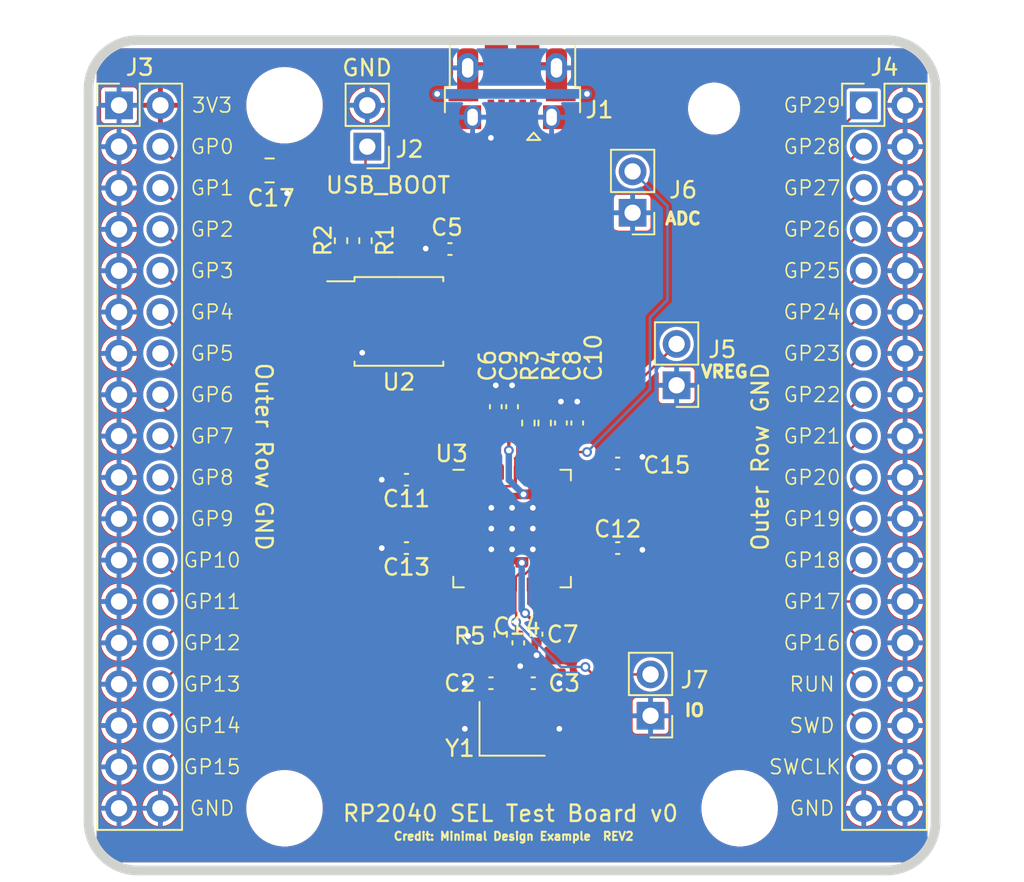
<source format=kicad_pcb>
(kicad_pcb (version 20240108) (generator "pcbnew") (generator_version "8.0")
  (title_block (title "RP2040 Minimal Design Example") (date "2024-01-16") (rev "REV2") (company "Raspberry Pi Ltd"))
  (layers (0 "F.Cu" signal) (31 "B.Cu" signal) (34 "B.Paste" user) (35 "F.Paste" user) (36 "B.SilkS" user "B.Silkscreen") (37 "F.SilkS" user "F.Silkscreen") (38 "B.Mask" user) (39 "F.Mask" user) (44 "Edge.Cuts" user))
  (net 0 "")
  (net 1 "GND")
  (net 2 "VBUS")
  (net 3 "/XIN")
  (net 4 "/XOUT")
  (net 5 "+3V3")
  (net 6 "+1V1")
  (net 8 "/~{USB_BOOT}")
  (net 9 "/GPIO15")
  (net 10 "/GPIO14")
  (net 11 "/GPIO13")
  (net 12 "/GPIO12")
  (net 13 "/GPIO11")
  (net 14 "/GPIO10")
  (net 15 "/GPIO9")
  (net 16 "/GPIO8")
  (net 17 "/GPIO7")
  (net 18 "/GPIO6")
  (net 19 "/GPIO5")
  (net 20 "/GPIO4")
  (net 21 "/GPIO3")
  (net 22 "/GPIO2")
  (net 23 "/GPIO1")
  (net 24 "/GPIO0")
  (net 25 "/GPIO29_ADC3")
  (net 26 "/GPIO28_ADC2")
  (net 27 "/GPIO27_ADC1")
  (net 28 "/GPIO26_ADC0")
  (net 29 "/GPIO25")
  (net 30 "/GPIO24")
  (net 31 "/GPIO23")
  (net 32 "/GPIO22")
  (net 33 "/GPIO21")
  (net 34 "/GPIO20")
  (net 35 "/GPIO19")
  (net 36 "/GPIO18")
  (net 37 "/GPIO17")
  (net 38 "/GPIO16")
  (net 39 "/RUN")
  (net 40 "/SWD")
  (net 41 "/SWCLK")
  (net 42 "/QSPI_SS")
  (net 43 "Net-(U3-USB_DP)")
  (net 44 "Net-(U3-USB_DM)")
  (net 45 "/QSPI_SD3")
  (net 46 "/QSPI_SCLK")
  (net 47 "/QSPI_SD0")
  (net 48 "/QSPI_SD2")
  (net 49 "/QSPI_SD1")
  (net 50 "/USB_D+")
  (net 51 "/USB_D-")
  (net 52 "Net-(C3-Pad1)")
  (net 53 "+3V3 - IOVDD")
  (net 54 "+3V3 - V_REG")
  (net 55 "+3V3 - ADC_AVDD")
  (footprint "RP2040_minimal:USB_Micro-B_Amphenol_10103594-0001LF_Horizontal_modified" (layer "F.Cu") (at 100 71.7 180)
    (property "Reference" "J1")
    (property "Value" "USB_B_Micro")
  )
  (footprint "Connector_PinHeader_2.54mm:PinHeader_1x02_P2.54mm_Vertical" (layer "F.Cu") (at 91.11 76.54 180)
    (property "Reference" "J2")
    (property "Value" "Conn_01x02")
  )
  (footprint "Connector_PinHeader_2.54mm:PinHeader_2x18_P2.54mm_Vertical" (layer "F.Cu") (at 75.87 74)
    (property "Reference" "J3")
    (property "Value" "Conn_02x18_Odd_Even")
  )
  (footprint "Capacitor_SMD:C_0402_1005Metric" (layer "F.Cu") (at 104 93.515 90)
    (property "Reference" "C10")
    (property "Value" "1u")
  )
  (footprint "Capacitor_SMD:C_0402_1005Metric" (layer "F.Cu") (at 103 93.515 90)
    (property "Reference" "C8")
    (property "Value" "1u")
  )
  (footprint "Capacitor_SMD:C_0402_1005Metric" (layer "F.Cu") (at 93.515 101.2 180)
    (property "Reference" "C13")
    (property "Value" "100n")
  )
  (footprint "Capacitor_SMD:C_0402_1005Metric" (layer "F.Cu") (at 96.185 82.83 180)
    (property "Reference" "C5")
    (property "Value" "100n")
  )
  (footprint "Resistor_SMD:R_0402_1005Metric" (layer "F.Cu") (at 89.5 82.315 -90)
    (property "Reference" "R2")
    (property "Value" "DNF")
  )
  (footprint "Connector_PinHeader_2.54mm:PinHeader_2x18_P2.54mm_Vertical" (layer "F.Cu") (at 121.59 74)
    (property "Reference" "J4")
    (property "Value" "Conn_02x18_Odd_Even")
  )
  (footprint "Package_SO:SOIC-8_5.23x5.23mm_P1.27mm" (layer "F.Cu") (at 93.05 87.275)
    (property "Reference" "U2")
    (property "Value" "W25Q128JVS")
  )
  (footprint "Resistor_SMD:R_0402_1005Metric" (layer "F.Cu") (at 91 82.315 90)
    (property "Reference" "R1")
    (property "Value" "1k")
  )
  (footprint "Capacitor_SMD:C_0402_1005Metric" (layer "F.Cu") (at 100 92.515 90)
    (property "Reference" "C9")
    (property "Value" "100n")
  )
  (footprint "Capacitor_SMD:C_0402_1005Metric" (layer "F.Cu") (at 106.485 101.2)
    (property "Reference" "C12")
    (property "Value" "100n")
  )
  (footprint "Capacitor_SMD:C_0402_1005Metric" (layer "F.Cu") (at 100.381 107.02 -90)
    (property "Reference" "C14")
    (property "Value" "100n")
  )
  (footprint "Resistor_SMD:R_0402_1005Metric" (layer "F.Cu") (at 101 93.515 -90)
    (property "Reference" "R3")
    (property "Value" "27")
  )
  (footprint "Capacitor_SMD:C_0402_1005Metric" (layer "F.Cu") (at 101.5 106.485 -90)
    (property "Reference" "C7")
    (property "Value" "100n")
  )
  (footprint "Capacitor_SMD:C_0402_1005Metric" (layer "F.Cu") (at 93.515 97 180)
    (property "Reference" "C11")
    (property "Value" "100n")
  )
  (footprint "RP2040_minimal:RP2040-QFN-56" (layer "F.Cu") (at 100 100)
    (property "Reference" "U3")
    (property "Value" "RP2040")
  )
  (footprint "Resistor_SMD:R_0402_1005Metric" (layer "F.Cu") (at 102 93.515 -90)
    (property "Reference" "R4")
    (property "Value" "27")
  )
  (footprint "MountingHole:MountingHole_2.7mm_M2.5" (layer "F.Cu") (at 113.97 117.18)
    (property "Reference" "H3" (hide yes))
    (property "Value" "MountingHole")
  )
  (footprint "Capacitor_SMD:C_0402_1005Metric" (layer "F.Cu") (at 99 92.515 90)
    (property "Reference" "C6")
    (property "Value" "100n")
  )
  (footprint "Capacitor_SMD:C_0402_1005Metric" (layer "F.Cu") (at 106.485 96)
    (property "Reference" "C15")
    (property "Value" "100n")
  )
  (footprint "MountingHole:MountingHole_2.7mm_M2.5" (layer "F.Cu") (at 86.03 74)
    (property "Reference" "H1" (hide yes))
    (property "Value" "MountingHole")
  )
  (footprint "MountingHole:MountingHole_2.7mm_M2.5" (layer "F.Cu") (at 86.03 117.18)
    (property "Reference" "H4" (hide yes))
    (property "Value" "MountingHole")
  )
  (footprint "Capacitor_SMD:C_0805_2012Metric" (layer "F.Cu") (at 85.115 78)
    (property "Reference" "C17")
    (property "Value" "10u")
  )
  (footprint "Connector_PinHeader_2.54mm:PinHeader_1x02_P2.54mm_Vertical" (layer "F.Cu") (at 107.4 80.6 180)
    (property "Reference" "J6")
    (property "Value" "Conn_01x02")
  )
  (footprint "Capacitor_SMD:C_0402_1005Metric" (layer "F.Cu") (at 98.7 109.5 180)
    (property "Reference" "C2")
    (property "Value" "15p")
  )
  (footprint "Capacitor_SMD:C_0402_1005Metric" (layer "F.Cu") (at 101.3 109.5)
    (property "Reference" "C3")
    (property "Value" "15p")
  )
  (footprint "Crystal:Crystal_SMD_3225-4Pin_3.2x2.5mm" (layer "F.Cu") (at 100 112.3)
    (property "Reference" "Y1")
    (property "Value" "ABM8-272-T3")
  )
  (footprint "Connector_PinHeader_2.54mm:PinHeader_1x02_P2.54mm_Vertical" (layer "F.Cu") (at 108.5 111.5 180)
    (property "Reference" "J7")
    (property "Value" "Conn_01x02")
  )
  (footprint "Connector_PinHeader_2.54mm:PinHeader_1x02_P2.54mm_Vertical" (layer "F.Cu") (at 110.1 91.2 180)
    (property "Reference" "J5")
    (property "Value" "Conn_01x02")
  )
  (footprint "Resistor_SMD:R_0402_1005Metric" (layer "F.Cu") (at 99.3 106.5 -90)
    (property "Reference" "R5")
    (property "Value" "1k")
  )
  (footprint "MountingHole:MountingHole_2.7mm_M2.5" (layer "F.Cu") (at 112.4 74.2)
    (property "Reference" "H2" (hide yes))
    (property "Value" "MountingHole")
  )
  (gr_line (start 123 121) (end 77 121) (stroke (width 0.6)) (layer "Edge.Cuts"))
  (gr_line (start 126 73) (end 126 118) (stroke (width 0.6)) (layer "Edge.Cuts"))
  (gr_line (start 77 70) (end 123 70) (stroke (width 0.6)) (layer "Edge.Cuts"))
  (gr_line (start 74 118) (end 74 73) (stroke (width 0.6)) (layer "Edge.Cuts"))
  (gr_arc (start 126 118) (mid 125.12132 120.12132) (end 123 121) (stroke (width 0.6)) (layer "Edge.Cuts"))
  (gr_arc (start 123 70) (mid 125.12132 70.87868) (end 126 73) (stroke (width 0.6)) (layer "Edge.Cuts"))
  (gr_arc (start 74 73) (mid 74.87868 70.87868) (end 77 70) (stroke (width 0.6)) (layer "Edge.Cuts"))
  (gr_arc (start 77 121) (mid 74.87868 120.12132) (end 74 118) (stroke (width 0.6)) (layer "Edge.Cuts"))
  (gr_text "GP1" (at 81.585 79.08 0) (layer "F.SilkS") (effects (font (size 0.9 0.9) (thickness 0.1))))
  (gr_text "GP2" (at 81.585 81.62 0) (layer "F.SilkS") (effects (font (size 0.9 0.9) (thickness 0.1))))
  (gr_text "GP3" (at 81.585 84.16 0) (layer "F.SilkS") (effects (font (size 0.9 0.9) (thickness 0.1))))
  (gr_text "GP4" (at 81.585 86.7 0) (layer "F.SilkS") (effects (font (size 0.9 0.9) (thickness 0.1))))
  (gr_text "GP5" (at 81.585 89.24 0) (layer "F.SilkS") (effects (font (size 0.9 0.9) (thickness 0.1))))
  (gr_text "GP6" (at 81.585 91.78 0) (layer "F.SilkS") (effects (font (size 0.9 0.9) (thickness 0.1))))
  (gr_text "GP7" (at 81.585 94.32 0) (layer "F.SilkS") (effects (font (size 0.9 0.9) (thickness 0.1))))
  (gr_text "GP8" (at 81.585 96.86 0) (layer "F.SilkS") (effects (font (size 0.9 0.9) (thickness 0.1))))
  (gr_text "GP9" (at 81.585 99.4 0) (layer "F.SilkS") (effects (font (size 0.9 0.9) (thickness 0.1))))
  (gr_text "GP11" (at 81.585 104.48 0) (layer "F.SilkS") (effects (font (size 0.9 0.9) (thickness 0.1))))
  (gr_text "GP10" (at 81.585 101.94 0) (layer "F.SilkS") (effects (font (size 0.9 0.9) (thickness 0.1))))
  (gr_text "GP12" (at 81.585 107.02 0) (layer "F.SilkS") (effects (font (size 0.9 0.9) (thickness 0.1))))
  (gr_text "GP13" (at 81.585 109.56 0) (layer "F.SilkS") (effects (font (size 0.9 0.9) (thickness 0.1))))
  (gr_text "GP15" (at 81.585 114.64 0) (layer "F.SilkS") (effects (font (size 0.9 0.9) (thickness 0.1))))
  (gr_text "GP14" (at 81.585 112.1 0) (layer "F.SilkS") (effects (font (size 0.9 0.9) (thickness 0.1))))
  (gr_text "GP28" (at 118.415 76.54 0) (layer "F.SilkS") (effects (font (size 0.9 0.9) (thickness 0.1))))
  (gr_text "GP27" (at 118.415 79.08 0) (layer "F.SilkS") (effects (font (size 0.9 0.9) (thickness 0.1))))
  (gr_text "GP26" (at 118.415 81.62 0) (layer "F.SilkS") (effects (font (size 0.9 0.9) (thickness 0.1))))
  (gr_text "GP25" (at 118.415 84.16 0) (layer "F.SilkS") (effects (font (size 0.9 0.9) (thickness 0.1))))
  (gr_text "GP24" (at 118.415 86.7 0) (layer "F.SilkS") (effects (font (size 0.9 0.9) (thickness 0.1))))
  (gr_text "GP23" (at 118.415 89.24 0) (layer "F.SilkS") (effects (font (size 0.9 0.9) (thickness 0.1))))
  (gr_text "GP21" (at 118.415 94.32 0) (layer "F.SilkS") (effects (font (size 0.9 0.9) (thickness 0.1))))
  (gr_text "GP20" (at 118.415 96.86 0) (layer "F.SilkS") (effects (font (size 0.9 0.9) (thickness 0.1))))
  (gr_text "GP19" (at 118.415 99.4 0) (layer "F.SilkS") (effects (font (size 0.9 0.9) (thickness 0.1))))
  (gr_text "GP17" (at 118.415 104.48 0) (layer "F.SilkS") (effects (font (size 0.9 0.9) (thickness 0.1))))
  (gr_text "GP22" (at 118.415 91.78 0) (layer "F.SilkS") (effects (font (size 0.9 0.9) (thickness 0.1))))
  (gr_text "GP18" (at 118.415 101.94 0) (layer "F.SilkS") (effects (font (size 0.9 0.9) (thickness 0.1))))
  (gr_text "SWCLK" (at 117.9705 114.64 0) (layer "F.SilkS") (effects (font (size 0.9 0.9) (thickness 0.1))))
  (gr_text "SWD" (at 118.415 112.1 0) (layer "F.SilkS") (effects (font (size 0.9 0.9) (thickness 0.1))))
  (gr_text "GP16" (at 118.415 107.02 0) (layer "F.SilkS") (effects (font (size 0.9 0.9) (thickness 0.1))))
  (gr_text "RUN" (at 118.415 109.56 0) (layer "F.SilkS") (effects (font (size 0.9 0.9) (thickness 0.1))))
  (gr_text "GND" (at 81.585 117.18 0) (layer "F.SilkS") (effects (font (size 0.9 0.9) (thickness 0.1))))
  (gr_text "GND" (at 118.415 117.18 0) (layer "F.SilkS") (effects (font (size 0.9 0.9) (thickness 0.1))))
  (gr_text "GP29" (at 118.415 74 0) (layer "F.SilkS") (effects (font (size 0.9 0.9) (thickness 0.1))))
  (gr_text "Outer Row GND" (at 84.76 95.59 270) (layer "F.SilkS") (effects (font (size 1 1))))
  (gr_text "Outer Row GND" (at 115.24 95.59 90) (layer "F.SilkS") (effects (font (size 1 1))))
  (gr_text "RP2040 SEL Test Board v0\n" (at 99.9 117.5 0) (layer "F.SilkS") (effects (font (size 1 1))))
  (gr_text "Credit: Minimal Design Example  REV2" (at 100.1 118.9 0) (layer "F.SilkS") (effects (font (size 0.5 0.5) (thickness 0.125))))
  (gr_text "GND" (at 91.1 71.7 0) (layer "F.SilkS") (effects (font (size 1 1))))
  (gr_text "VREG" (at 111.5 90.8 0) (layer "F.SilkS") (effects (font (size 0.75 0.75) (thickness 0.1875) (bold yes)) (justify left bottom)))
  (gr_text "ADC" (at 109.3 81.4 0) (layer "F.SilkS") (effects (font (size 0.75 0.75) (thickness 0.1875) (bold yes)) (justify left bottom)))
  (gr_text "GP0" (at 81.585 76.54 0) (layer "F.SilkS") (effects (font (size 0.9 0.9) (thickness 0.1))))
  (gr_text "3V3" (at 81.585 74 0) (layer "F.SilkS") (effects (font (size 0.9 0.9) (thickness 0.1))))
  (gr_text "\nUSB_BOOT" (at 92.38 78.1 0) (layer "F.SilkS") (effects (font (size 1 1))))
  (gr_text "IO\n" (at 110.5 111.6 0) (layer "F.SilkS") (effects (font (size 0.75 0.75) (thickness 0.1875) (bold yes)) (justify left bottom)))
  (segment (start 93.03 101.2) (end 92 101.2) (width 0.2) (layer "F.Cu") (net 1))
  (segment (start 104 93.03) (end 104 92.2) (width 0.2) (layer "F.Cu") (net 1))
  (segment (start 106.97 101.2) (end 107.075 101.305) (width 0.2) (layer "F.Cu") (net 1))
  (segment (start 98.7 74.6) (end 98.7 76) (width 0.2) (layer "F.Cu") (net 1))
  (segment (start 107.075 101.305) (end 108 101.305) (width 0.2) (layer "F.Cu") (net 1))
  (segment (start 102.46 71.45) (end 102.73 71.72) (width 0.2) (layer "F.Cu") (net 1))
  (segment (start 95.375 82.8) (end 94.7 82.8) (width 0.2) (layer "F.Cu") (net 1))
  (segment (start 100.5 108.45) (end 100.5 107.900984) (width 0.2) (layer "F.Cu") (net 1))
  (segment (start 101.5 106.97) (end 101.5 107.782004) (width 0.2) (layer "F.Cu") (net 1))
  (segment (start 106.97 96) (end 107.6 96) (width 0.15) (layer "F.Cu") (net 1))
  (segment (start 97.54 71.45) (end 97.27 71.72) (width 0.2) (layer "F.Cu") (net 1))
  (segment (start 89.45 89.18) (end 90.78 89.18) (width 0.2) (layer "F.Cu") (net 1))
  (segment (start 86.14 78) (end 86.14 79.35) (width 0.15) (layer "F.Cu") (net 1))
  (segment (start 99 104.6545) (end 99 103.4375) (width 0.15) (layer "F.Cu") (net 1))
  (segment (start 99.04 71.45) (end 97.54 71.45) (width 0.2) (layer "F.Cu") (net 1))
  (segment (start 100.5 107.900984) (end 100.381 107.781984) (width 0.2) (layer "F.Cu") (net 1))
  (segment (start 97.3 106.6) (end 97.3 106.3545) (width 0.15) (layer "F.Cu") (net 1))
  (segment (start 99 92.03) (end 99 91.200008) (width 0.2) (layer "F.Cu") (net 1))
  (segment (start 107.6 96) (end 108 95.6) (width 0.15) (layer "F.Cu") (net 1))
  (segment (start 95.7 82.83) (end 95.405 82.83) (width 0.2) (layer "F.Cu") (net 1))
  (segment (start 100 92.03) (end 100 91.2) (width 0.2) (layer "F.Cu") (net 1))
  (segment (start 103 93.03) (end 103 92.2) (width 0.2) (layer "F.Cu") (net 1))
  (segment (start 93.03 97) (end 92 97) (width 0.2) (layer "F.Cu") (net 1))
  (segment (start 95.405 82.83) (end 95.375 82.8) (width 0.2) (layer "F.Cu") (net 1))
  (segment (start 90.78 89.18) (end 90.8 89.2) (width 0.2) (layer "F.Cu") (net 1))
  (segment (start 86.14 79.35) (end 86.19 79.4) (width 0.15) (layer "F.Cu") (net 1))
  (segment (start 97.3 106.3545) (end 99 104.6545) (width 0.15) (layer "F.Cu") (net 1))
  (segment (start 100.96 71.45) (end 102.46 71.45) (width 0.2) (layer "F.Cu") (net 1))
  (via (at 97.1 112.3) (size 0.6) (drill 0.35) (layers "F.Cu" "B.Cu") (net 1))
  (via (at 97.1 109.5) (size 0.6) (drill 0.35) (layers "F.Cu" "B.Cu") (net 1))
  (via (at 102.9 109.5) (size 0.6) (drill 0.35) (layers "F.Cu" "B.Cu") (net 1))
  (via (at 99 91.200008) (size 0.6) (drill 0.35) (layers "F.Cu" "B.Cu") (net 1))
  (via (at 97.3 106.6) (size 0.6) (drill 0.35) (layers "F.Cu" "B.Cu") (net 1))
  (via (at 92 97) (size 0.6) (drill 0.35) (layers "F.Cu" "B.Cu") (net 1))
  (via (at 98.7 76) (size 0.6) (drill 0.35) (layers "F.Cu" "B.Cu") (net 1))
  (via (at 108 101.305) (size 0.6) (drill 0.35) (layers "F.Cu" "B.Cu") (net 1))
  (via (at 86.19 79.4) (size 0.6) (drill 0.35) (layers "F.Cu" "B.Cu") (net 1))
  (via (at 101.5 107.782004) (size 0.6) (drill 0.35) (layers "F.Cu" "B.Cu") (net 1))
  (via (at 102.9 112.3) (size 0.6) (drill 0.35) (layers "F.Cu" "B.Cu") (net 1))
  (via (at 92 101.2) (size 0.6) (drill 0.35) (layers "F.Cu" "B.Cu") (net 1))
  (via (at 103 92.2) (size 0.6) (drill 0.35) (layers "F.Cu" "B.Cu") (net 1))
  (via (at 94.7 82.8) (size 0.6) (drill 0.35) (layers "F.Cu" "B.Cu") (net 1))
  (via (at 100.5 108.45) (size 0.6) (drill 0.35) (layers "F.Cu" "B.Cu") (net 1))
  (via (at 108 95.6) (size 0.6) (drill 0.35) (layers "F.Cu" "B.Cu") (net 1))
  (via (at 90.8 89.2) (size 0.6) (drill 0.35) (layers "F.Cu" "B.Cu") (net 1))
  (via (at 104 92.2) (size 0.6) (drill 0.35) (layers "F.Cu" "B.Cu") (net 1))
  (via (at 100 91.2) (size 0.6) (drill 0.35) (layers "F.Cu" "B.Cu") (net 1))
  (segment (start 103.299999 92.499999) (end 103 92.2) (width 0.2) (layer "B.Cu") (net 1))
  (segment (start 104 93) (end 103.8 93) (width 0.2) (layer "B.Cu") (net 1))
  (segment (start 103.8 93) (end 103.299999 92.499999) (width 0.2) (layer "B.Cu") (net 1))
  (segment (start 101.3 74.525) (end 101.3 75.5) (width 0.4) (layer "F.Cu") (net 2))
  (segment (start 101.3 75.5) (end 102.1 76.3) (width 0.4) (layer "F.Cu") (net 2))
  (segment (start 99.4 104.937861) (end 98.6 105.737861) (width 0.15) (layer "F.Cu") (net 3))
  (segment (start 99.4 103.4375) (end 99.4 104.937861) (width 0.15) (layer "F.Cu") (net 3))
  (segment (start 98.6 108.92) (end 99.18 109.5) (width 0.15) (layer "F.Cu") (net 3))
  (segment (start 99.18 109.5) (end 100 110.32) (width 0.15) (layer "F.Cu") (net 3))
  (segment (start 98.6 105.737861) (end 98.6 108.92) (width 0.15) (layer "F.Cu") (net 3))
  (segment (start 100 112.3) (end 99.15 113.15) (width 0.15) (layer "F.Cu") (net 3))
  (segment (start 99.15 113.15) (end 98.9 113.15) (width 0.15) (layer "F.Cu") (net 3))
  (segment (start 100 110.32) (end 100 112.3) (width 0.15) (layer "F.Cu") (net 3))
  (segment (start 99.8 105.1) (end 99.3 105.6) (width 0.15) (layer "F.Cu") (net 4))
  (segment (start 99.3 105.6) (end 99.3 105.99) (width 0.15) (layer "F.Cu") (net 4))
  (segment (start 99.8 103.4375) (end 99.8 105.1) (width 0.15) (layer "F.Cu") (net 4))
  (segment (start 96.65 85.37) (end 96.65 82.85) (width 0.2) (layer "F.Cu") (net 5))
  (segment (start 96.65 82.85) (end 96.67 82.83) (width 0.2) (layer "F.Cu") (net 5))
  (via (at 104.6 73.3) (size 0.6) (drill 0.35) (layers "F.Cu" "B.Cu") (net 5))
  (via (at 95.4 73.3) (size 0.6) (drill 0.35) (layers "F.Cu" "B.Cu") (net 5))
  (segment (start 104.6 73.3) (end 95.4 73.3) (width 0.6) (layer "B.Cu") (net 5))
  (segment (start 99.8 96.5625) (end 99.8 95.199994) (width 0.2) (layer "F.Cu") (net 6))
  (segment (start 101.8 97.2) (end 101.1 97.9) (width 0.2) (layer "F.Cu") (net 6))
  (segment (start 101.8 95.8) (end 103 94.6) (width 0.2) (layer "F.Cu") (net 6))
  (segment (start 99 93.295) (end 99.8 94.095) (width 0.2) (layer "F.Cu") (net 6))
  (segment (start 101.5 105.9) (end 100.8 105.2) (width 0.2) (layer "F.Cu") (net 6))
  (segment (start 100.6 105) (end 100.8 105.2) (width 0.2) (layer "F.Cu") (net 6))
  (segment (start 99.8 94.095) (end 99.8 94.77573) (width 0.2) (layer "F.Cu") (net 6))
  (segment (start 101.5 106) (end 101.5 105.9) (width 0.2) (layer "F.Cu") (net 6))
  (segment (start 101.8 96.5625) (end 101.8 97.2) (width 0.2) (layer "F.Cu") (net 6))
  (segment (start 101.8 96.5625) (end 101.8 95.8) (width 0.2) (layer "F.Cu") (net 6))
  (segment (start 99 93) (end 99 93.295) (width 0.2) (layer "F.Cu") (net 6))
  (segment (start 99.8 94.77573) (end 99.8 95.199994) (width 0.2) (layer "F.Cu") (net 6))
  (segment (start 101.1 97.9) (end 100.7 97.9) (width 0.2) (layer "F.Cu") (net 6))
  (segment (start 103 94.6) (end 103 94) (width 0.2) (layer "F.Cu") (net 6))
  (segment (start 100.6 103.4375) (end 100.6 105) (width 0.2) (layer "F.Cu") (net 6))
  (via (at 99.8 95.199994) (size 0.6) (drill 0.35) (layers "F.Cu" "B.Cu") (net 6))
  (via (at 100.7 97.9) (size 0.6) (drill 0.35) (layers "F.Cu" "B.Cu") (net 6))
  (via (at 100.8 105.2) (size 0.6) (drill 0.35) (layers "F.Cu" "B.Cu") (net 6))
  (via (at 100.59997 102.1) (size 0.6) (drill 0.35) (layers "F.Cu" "B.Cu") (net 6))
  (segment (start 100.8 105.2) (end 100.59 104.99) (width 0.4) (layer "B.Cu") (net 6))
  (segment (start 100.59 104.99) (end 100.59 102.10997) (width 0.4) (layer "B.Cu") (net 6))
  (segment (start 100.59 102.10997) (end 100.59997 102.1) (width 0.4) (layer "B.Cu") (net 6))
  (segment (start 99.8 97.01) (end 100.69 97.9) (width 0.4) (layer "B.Cu") (net 6))
  (segment (start 99.8 95.199994) (end 99.8 97.01) (width 0.4) (layer "B.Cu") (net 6))
  (segment (start 100.69 97.9) (end 100.7 97.9) (width 0.4) (layer "B.Cu") (net 6))
  (segment (start 91 76.65) (end 91.11 76.54) (width 0.15) (layer "F.Cu") (net 8))
  (segment (start 91 81.83) (end 91 76.65) (width 0.15) (layer "F.Cu") (net 8))
  (segment (start 98.6 104.437861) (end 96.687861 106.35) (width 0.15) (layer "F.Cu") (net 9))
  (segment (start 96.687861 106.35) (end 86.7 106.35) (width 0.15) (layer "F.Cu") (net 9))
  (segment (start 86.7 106.35) (end 78.41 114.64) (width 0.15) (layer "F.Cu") (net 9))
  (segment (start 98.6 103.4375) (end 98.6 104.437861) (width 0.15) (layer "F.Cu") (net 9))
  (segment (start 84.795 105.715) (end 78.41 112.1) (width 0.15) (layer "F.Cu") (net 10))
  (segment (start 98.2 104.19) (end 96.675 105.715) (width 0.15) (layer "F.Cu") (net 10))
  (segment (start 98.2 103.4375) (end 98.2 104.19) (width 0.15) (layer "F.Cu") (net 10))
  (segment (start 96.675 105.715) (end 84.795 105.715) (width 0.15) (layer "F.Cu") (net 10))
  (segment (start 96.595 105.08) (end 82.89 105.08) (width 0.15) (layer "F.Cu") (net 11))
  (segment (start 82.89 105.08) (end 78.41 109.56) (width 0.15) (layer "F.Cu") (net 11))
  (segment (start 97.8 103.4375) (end 97.8 103.875) (width 0.15) (layer "F.Cu") (net 11))
  (segment (start 97.8 103.875) (end 96.595 105.08) (width 0.15) (layer "F.Cu") (net 11))
  (segment (start 97.4 103.4375) (end 97.3 103.5375) (width 0.15) (layer "F.Cu") (net 12))
  (segment (start 97.3 103.5375) (end 97.0975 103.5375) (width 0.15) (layer "F.Cu") (net 12))
  (segment (start 80.985 104.445) (end 78.41 107.02) (width 0.15) (layer "F.Cu") (net 12))
  (segment (start 97.0975 103.5375) (end 96.19 104.445) (width 0.15) (layer "F.Cu") (net 12))
  (segment (start 96.19 104.445) (end 80.985 104.445) (width 0.15) (layer "F.Cu") (net 12))
  (segment (start 79.08 103.81) (end 78.41 104.48) (width 0.15) (layer "F.Cu") (net 13))
  (segment (start 96.5625 102.6) (end 96.13 102.6) (width 0.15) (layer "F.Cu") (net 13))
  (segment (start 94.92 103.81) (end 79.08 103.81) (width 0.15) (layer "F.Cu") (net 13))
  (segment (start 96.13 102.6) (end 94.92 103.81) (width 0.15) (layer "F.Cu") (net 13))
  (segment (start 96.5625 102.2) (end 95.26 102.2) (width 0.15) (layer "F.Cu") (net 14))
  (segment (start 95.26 102.2) (end 94.285 103.175) (width 0.15) (layer "F.Cu") (net 14))
  (segment (start 79.645 103.175) (end 78.41 101.94) (width 0.15) (layer "F.Cu") (net 14))
  (segment (start 94.285 103.175) (end 79.645 103.175) (width 0.15) (layer "F.Cu") (net 14))
  (segment (start 94.285 102.54) (end 81.55 102.54) (width 0.15) (layer "F.Cu") (net 15))
  (segment (start 81.55 102.54) (end 78.41 99.4) (width 0.15) (layer "F.Cu") (net 15))
  (segment (start 96.5625 101.8) (end 95.025 101.8) (width 0.15) (layer "F.Cu") (net 15))
  (segment (start 95.025 101.8) (end 94.285 102.54) (width 0.15) (layer "F.Cu") (net 15))
  (segment (start 83.455 101.905) (end 78.41 96.86) (width 0.15) (layer "F.Cu") (net 16))
  (segment (start 94.285 101.905) (end 83.455 101.905) (width 0.15) (layer "F.Cu") (net 16))
  (segment (start 94.79 101.4) (end 94.285 101.905) (width 0.15) (layer "F.Cu") (net 16))
  (segment (start 96.5625 101.4) (end 94.79 101.4) (width 0.15) (layer "F.Cu") (net 16))
  (segment (start 96.5625 100.6) (end 84.69 100.6) (width 0.15) (layer "F.Cu") (net 17))
  (segment (start 84.69 100.6) (end 78.41 94.32) (width 0.15) (layer "F.Cu") (net 17))
  (segment (start 86.23 100.2) (end 78.41 92.38) (width 0.15) (layer "F.Cu") (net 18))
  (segment (start 78.41 92.38) (end 78.41 91.78) (width 0.15) (layer "F.Cu") (net 18))
  (segment (start 96.5625 100.2) (end 86.23 100.2) (width 0.15) (layer "F.Cu") (net 18))
  (segment (start 96.5625 99.8) (end 87.1 99.8) (width 0.15) (layer "F.Cu") (net 19))
  (segment (start 79.68 90.51) (end 78.41 89.24) (width 0.15) (layer "F.Cu") (net 19))
  (segment (start 87.1 99.8) (end 79.68 92.38) (width 0.15) (layer "F.Cu") (net 19))
  (segment (start 79.68 92.38) (end 79.68 90.51) (width 0.15) (layer "F.Cu") (net 19))
  (segment (start 80.95 92.38) (end 80.95 89.24) (width 0.15) (layer "F.Cu") (net 20))
  (segment (start 80.95 89.24) (end 78.41 86.7) (width 0.15) (layer "F.Cu") (net 20))
  (segment (start 96.5625 99.4) (end 87.97 99.4) (width 0.15) (layer "F.Cu") (net 20))
  (segment (start 87.97 99.4) (end 80.95 92.38) (width 0.15) (layer "F.Cu") (net 20))
  (segment (start 88.84 99) (end 82.22 92.38) (width 0.15) (layer "F.Cu") (net 21))
  (segment (start 96.5625 99) (end 88.84 99) (width 0.15) (layer "F.Cu") (net 21))
  (segment (start 82.22 87.9525) (end 78.4275 84.16) (width 0.15) (layer "F.Cu") (net 21))
  (segment (start 82.22 92.38) (end 82.22 87.9525) (width 0.15) (layer "F.Cu") (net 21))
  (segment (start 78.4275 84.16) (end 78.41 84.16) (width 0.15) (layer "F.Cu") (net 21))
  (segment (start 96.5625 98.6) (end 89.71 98.6) (width 0.15) (layer "F.Cu") (net 22))
  (segment (start 83.49 86.6825) (end 78.4275 81.62) (width 0.15) (layer "F.Cu") (net 22))
  (segment (start 78.4275 81.62) (end 78.41 81.62) (width 0.15) (layer "F.Cu") (net 22))
  (segment (start 83.49 92.38) (end 83.49 86.6825) (width 0.15) (layer "F.Cu") (net 22))
  (segment (start 89.71 98.6) (end 83.49 92.38) (width 0.15) (layer "F.Cu") (net 22))
  (segment (start 84.76 85.4125) (end 78.4275 79.08) (width 0.15) (layer "F.Cu") (net 23))
  (segment (start 90.58 98.2) (end 84.76 92.38) (width 0.15) (layer "F.Cu") (net 23))
  (segment (start 84.76 92.38) (end 84.76 85.4125) (width 0.15) (layer "F.Cu") (net 23))
  (segment (start 96.5625 98.2) (end 90.58 98.2) (width 0.15) (layer "F.Cu") (net 23))
  (segment (start 78.4275 79.08) (end 78.41 79.08) (width 0.15) (layer "F.Cu") (net 23))
  (segment (start 96.5625 97.8) (end 91.45 97.8) (width 0.15) (layer "F.Cu") (net 24))
  (segment (start 86.03 92.38) (end 86.03 84.16) (width 0.15) (layer "F.Cu") (net 24))
  (segment (start 91.45 97.8) (end 86.03 92.38) (width 0.15) (layer "F.Cu") (net 24))
  (segment (start 86.03 84.16) (end 78.41 76.54) (width 0.15) (layer "F.Cu") (net 24))
  (segment (start 121.58125 74) (end 121.59 74) (width 0.15) (layer "F.Cu") (net 25))
  (segment (start 106.645 97.8) (end 112.065 92.38) (width 0.15) (layer "F.Cu") (net 25))
  (segment (start 112.065 92.38) (end 112.065 83.51625) (width 0.15) (layer "F.Cu") (net 25))
  (segment (start 103.4375 97.8) (end 106.645 97.8) (width 0.15) (layer "F.Cu") (net 25))
  (segment (start 112.065 83.51625) (end 121.58125 74) (width 0.15) (layer "F.Cu") (net 25))
  (segment (start 103.4375 98.2) (end 107.515 98.2) (width 0.15) (layer "F.Cu") (net 26))
  (segment (start 107.515 98.2) (end 113.335 92.38) (width 0.15) (layer "F.Cu") (net 26))
  (segment (start 120.93 77.2) (end 121.59 76.54) (width 0.15) (layer "F.Cu") (net 26))
  (segment (start 113.335 92.38) (end 113.335 84.795) (width 0.15) (layer "F.Cu") (net 26))
  (segment (start 113.335 84.795) (end 120.93 77.2) (width 0.15) (layer "F.Cu") (net 26))
  (segment (start 120.92 79.75) (end 121.59 79.08) (width 0.15) (layer "F.Cu") (net 27))
  (segment (start 114.605 86.065) (end 120.92 79.75) (width 0.15) (layer "F.Cu") (net 27))
  (segment (start 114.605 92.38) (end 114.605 86.065) (width 0.15) (layer "F.Cu") (net 27))
  (segment (start 108.385 98.6) (end 114.605 92.38) (width 0.15) (layer "F.Cu") (net 27))
  (segment (start 103.4375 98.6) (end 108.385 98.6) (width 0.15) (layer "F.Cu") (net 27))
  (segment (start 115.875 92.3975) (end 115.875 87.335) (width 0.15) (layer "F.Cu") (net 28))
  (segment (start 120.92 82.29) (end 121.59 81.62) (width 0.15) (layer "F.Cu") (net 28))
  (segment (start 115.875 87.335) (end 120.92 82.29) (width 0.15) (layer "F.Cu") (net 28))
  (segment (start 103.4375 99) (end 109.2725 99) (width 0.15) (layer "F.Cu") (net 28))
  (segment (start 109.2725 99) (end 115.875 92.3975) (width 0.15) (layer "F.Cu") (net 28))
  (segment (start 103.4375 99.4) (end 110.125 99.4) (width 0.15) (layer "F.Cu") (net 29))
  (segment (start 117.145 92.38) (end 117.145 88.605) (width 0.15) (layer "F.Cu") (net 29))
  (segment (start 117.145 88.605) (end 120.92 84.83) (width 0.15) (layer "F.Cu") (net 29))
  (segment (start 110.125 99.4) (end 117.145 92.38) (width 0.15) (layer "F.Cu") (net 29))
  (segment (start 120.92 84.83) (end 121.59 84.16) (width 0.15) (layer "F.Cu") (net 29))
  (segment (start 118.415 89.875) (end 120.92 87.37) (width 0.15) (layer "F.Cu") (net 30))
  (segment (start 110.995 99.8) (end 118.415 92.38) (width 0.15) (layer "F.Cu") (net 30))
  (segment (start 120.92 87.37) (end 121.59 86.7) (width 0.15) (layer "F.Cu") (net 30))
  (segment (start 118.415 92.38) (end 118.415 89.875) (width 0.15) (layer "F.Cu") (net 30))
  (segment (start 103.4375 99.8) (end 110.995 99.8) (width 0.15) (layer "F.Cu") (net 30))
  (segment (start 119.685 91.145) (end 119.685 92.38) (width 0.15) (layer "F.Cu") (net 31))
  (segment (start 111.865 100.2) (end 105.2 100.2) (width 0.15) (layer "F.Cu") (net 31))
  (segment (start 119.685 92.38) (end 111.865 100.2) (width 0.15) (layer "F.Cu") (net 31))
  (segment (start 121.59 89.24) (end 119.685 91.145) (width 0.15) (layer "F.Cu") (net 31))
  (segment (start 105.2 100.2) (end 103.4375 100.2) (width 0.15) (layer "F.Cu") (net 31))
  (segment (start 120.32 93.05) (end 121.59 91.78) (width 0.15) (layer "F.Cu") (net 32))
  (segment (start 112.77 100.6) (end 120.32 93.05) (width 0.15) (layer "F.Cu") (net 32))
  (segment (start 103.4375 100.6) (end 112.77 100.6) (width 0.15) (layer "F.Cu") (net 32))
  (segment (start 105.10875 101.94) (end 113.97 101.94) (width 0.15) (layer "F.Cu") (net 33))
  (segment (start 120.32 95.59) (end 121.59 94.32) (width 0.15) (layer "F.Cu") (net 33))
  (segment (start 113.97 101.94) (end 120.32 95.59) (width 0.15) (layer "F.Cu") (net 33))
  (segment (start 103.4375 101.4) (end 104.56875 101.4) (width 0.15) (layer "F.Cu") (net 33))
  (segment (start 104.56875 101.4) (end 105.10875 101.94) (width 0.15) (layer "F.Cu") (net 33))
  (segment (start 104.305 101.8) (end 105.08 102.575) (width 0.15) (layer "F.Cu") (net 34))
  (segment (start 115.875 102.575) (end 120.32 98.13) (width 0.15) (layer "F.Cu") (net 34))
  (segment (start 103.4375 101.8) (end 104.305 101.8) (width 0.15) (layer "F.Cu") (net 34))
  (segment (start 120.32 98.13) (end 121.59 96.86) (width 0.15) (layer "F.Cu") (net 34))
  (segment (start 105.08 102.575) (end 115.875 102.575) (width 0.15) (layer "F.Cu") (net 34))
  (segment (start 117.78 103.21) (end 120.32 100.67) (width 0.15) (layer "F.Cu") (net 35))
  (segment (start 120.32 100.67) (end 121.59 99.4) (width 0.15) (layer "F.Cu") (net 35))
  (segment (start 105.08 103.21) (end 117.78 103.21) (width 0.15) (layer "F.Cu") (net 35))
  (segment (start 104.07 102.2) (end 105.08 103.21) (width 0.15) (layer "F.Cu") (net 35))
  (segment (start 103.4375 102.2) (end 104.07 102.2) (width 0.15) (layer "F.Cu") (net 35))
  (segment (start 103.835 102.6) (end 103.4375 102.6) (width 0.15) (layer "F.Cu") (net 36))
  (segment (start 105.08 103.845) (end 103.835 102.6) (width 0.15) (layer "F.Cu") (net 36))
  (segment (start 121.59 101.94) (end 119.685 103.845) (width 0.15) (layer "F.Cu") (net 36))
  (segment (start 119.685 103.845) (end 105.08 103.845) (width 0.15) (layer "F.Cu") (net 36))
  (segment (start 103.342681 103.4375) (end 104.385181 104.48) (width 0.15) (layer "F.Cu") (net 37))
  (segment (start 102.6 103.4375) (end 103.342681 103.4375) (width 0.15) (layer "F.Cu") (net 37))
  (segment (start 104.385181 104.48) (end 121.59 104.48) (width 0.15) (layer "F.Cu") (net 37))
  (segment (start 103.315 105.115) (end 102.2 104) (width 0.15) (layer "F.Cu") (net 38))
  (segment (start 119.685 105.115) (end 103.315 105.115) (width 0.15) (layer "F.Cu") (net 38))
  (segment (start 102.2 104) (end 102.2 103.4375) (width 0.15) (layer "F.Cu") (net 38))
  (segment (start 121.59 107.02) (end 119.685 105.115) (width 0.15) (layer "F.Cu") (net 38))
  (segment (start 101.8 104.2) (end 101.8 103.4375) (width 0.15) (layer "F.Cu") (net 39))
  (segment (start 121.59 109.56) (end 117.78 105.75) (width 0.15) (layer "F.Cu") (net 39))
  (segment (start 117.78 105.75) (end 103.35 105.75) (width 0.15) (layer "F.Cu") (net 39))
  (segment (start 103.35 105.75) (end 101.8 104.2) (width 0.15) (layer "F.Cu") (net 39))
  (segment (start 103.385 106.385) (end 101.4 104.4) (width 0.15) (layer "F.Cu") (net 40))
  (segment (start 101.4 104.4) (end 101.4 103.4375) (width 0.15) (layer "F.Cu") (net 40))
  (segment (start 121.59 112.1) (end 115.875 106.385) (width 0.15) (layer "F.Cu") (net 40))
  (segment (start 115.875 106.385) (end 103.385 106.385) (width 0.15) (layer "F.Cu") (net 40))
  (segment (start 113.97 107.02) (end 103.408501 107.02) (width 0.15) (layer "F.Cu") (net 41))
  (segment (start 103.408501 107.02) (end 101 104.611499) (width 0.15) (layer "F.Cu") (net 41))
  (segment (start 121.59 114.64) (end 113.97 107.02) (width 0.15) (layer "F.Cu") (net 41))
  (segment (start 101 104.611499) (end 101 103.4375) (width 0.15) (layer "F.Cu") (net 41))
  (segment (start 97.4 96.4) (end 97.4 96.6) (width 0.15) (layer "F.Cu") (net 42))
  (segment (start 89.45 82.85) (end 89.5 82.8) (width 0.15) (layer "F.Cu") (net 42))
  (segment (start 88.6 91.3) (end 92.3 91.3) (width 0.15) (layer "F.Cu") (net 42))
  (segment (start 87.5 86.8) (end 87.5 90.2) (width 0.15) (layer "F.Cu") (net 42))
  (segment (start 92.3 91.3) (end 97.4 96.4) (width 0.15) (layer "F.Cu") (net 42))
  (segment (start 89.45 85.37) (end 88.93 85.37) (width 0.15) (layer "F.Cu") (net 42))
  (segment (start 87.5 90.2) (end 88.6 91.3) (width 0.15) (layer "F.Cu") (net 42))
  (segment (start 88.93 85.37) (end 87.5 86.8) (width 0.15) (layer "F.Cu") (net 42))
  (segment (start 89.45 85.37) (end 89.45 82.85) (width 0.15) (layer "F.Cu") (net 42))
  (segment (start 89.5 82.8) (end 91 82.8) (width 0.15) (layer "F.Cu") (net 42))
  (segment (start 97.4 96.6) (end 97.4 96.6275) (width 0.15) (layer "F.Cu") (net 42))
  (segment (start 101 96.5625) (end 101 94) (width 0.2) (layer "F.Cu") (net 43))
  (segment (start 101.4 95.3) (end 102 94.7) (width 0.2) (layer "F.Cu") (net 44))
  (segment (start 101.4 96.5625) (end 101.4 95.3) (width 0.2) (layer "F.Cu") (net 44))
  (segment (start 102 94.7) (end 102 94) (width 0.2) (layer "F.Cu") (net 44))
  (segment (start 98.4 87.8) (end 97.24 86.64) (width 0.15) (layer "F.Cu") (net 45))
  (segment (start 99.251321 95.976321) (end 99.251321 94.251321) (width 0.15) (layer "F.Cu") (net 45))
  (segment (start 97.9 92.9) (end 97.9 91.1) (width 0.15) (layer "F.Cu") (net 45))
  (segment (start 99.4 96.125) (end 99.251321 95.976321) (width 0.15) (layer "F.Cu") (net 45))
  (segment (start 99.4 96.5625) (end 99.4 96.125) (width 0.15) (layer "F.Cu") (net 45))
  (segment (start 98.4 90.6) (end 98.4 87.8) (width 0.15) (layer "F.Cu") (net 45))
  (segment (start 99.251321 94.251321) (end 97.9 92.9) (width 0.15) (layer "F.Cu") (net 45))
  (segment (start 97.9 91.1) (end 98.4 90.6) (width 0.15) (layer "F.Cu") (net 45))
  (segment (start 97.24 86.64) (end 96.65 86.64) (width 0.15) (layer "F.Cu") (net 45))
  (segment (start 97.8 88.5) (end 97.21 87.91) (width 0.15) (layer "F.Cu") (net 46))
  (segment (start 99 96.5725) (end 98.95131 96.52381) (width 0.15) (layer "F.Cu") (net 46))
  (segment (start 98.95131 94.75131) (end 97.3 93.1) (width 0.15) (layer "F.Cu") (net 46))
  (segment (start 97.21 87.91) (end 96.65 87.91) (width 0.15) (layer "F.Cu") (net 46))
  (segment (start 98.95131 96.52381) (end 98.95131 94.75131) (width 0.15) (layer "F.Cu") (net 46))
  (segment (start 97.3 90.9) (end 97.8 90.4) (width 0.15) (layer "F.Cu") (net 46))
  (segment (start 97.8 90.4) (end 97.8 88.5) (width 0.15) (layer "F.Cu") (net 46))
  (segment (start 97.3 93.1) (end 97.3 90.9) (width 0.15) (layer "F.Cu") (net 46))
  (segment (start 98.6 95.2) (end 96.7 93.3) (width 0.15) (layer "F.Cu") (net 47))
  (segment (start 96.7 93.3) (end 96.7 89.23) (width 0.15) (layer "F.Cu") (net 47))
  (segment (start 98.6 96.5725) (end 98.6 95.2) (width 0.15) (layer "F.Cu") (net 47))
  (segment (start 96.7 89.23) (end 96.65 89.18) (width 0.15) (layer "F.Cu") (net 47))
  (segment (start 98.2 96.5725) (end 98.2 95.6) (width 0.15) (layer "F.Cu") (net 48))
  (segment (start 98.2 95.6) (end 90.51 87.91) (width 0.15) (layer "F.Cu") (net 48))
  (segment (start 90.51 87.91) (end 89.45 87.91) (width 0.15) (layer "F.Cu") (net 48))
  (segment (start 88.96 86.64) (end 89.45 86.64) (width 0.15) (layer "F.Cu") (net 49))
  (segment (start 88.1 87.5) (end 88.96 86.64) (width 0.15) (layer "F.Cu") (net 49))
  (segment (start 89 90.7) (end 88.1 89.8) (width 0.15) (layer "F.Cu") (net 49))
  (segment (start 88.1 89.8) (end 88.1 87.5) (width 0.15) (layer "F.Cu") (net 49))
  (segment (start 97.8 96) (end 92.5 90.7) (width 0.15) (layer "F.Cu") (net 49))
  (segment (start 97.8 96.5725) (end 97.8 96) (width 0.15) (layer "F.Cu") (net 49))
  (segment (start 92.5 90.7) (end 89 90.7) (width 0.15) (layer "F.Cu") (net 49))
  (segment (start 101.025 83.896752) (end 99.725 82.596752) (width 0.8) (layer "F.Cu") (net 50))
  (segment (start 100 75.8) (end 99.725 76.075) (width 0.4) (layer "F.Cu") (net 50))
  (segment (start 100 74.525) (end 100 75.8) (width 0.4) (layer "F.Cu") (net 50))
  (segment (start 99.725 82.596752) (end 99.725 76.4) (width 0.8) (layer "F.Cu") (net 50))
  (segment (start 101.025 93.005) (end 101.025 83.896752) (width 0.8) (layer "F.Cu") (net 50))
  (segment (start 99.725 76.075) (end 99.725 76.4) (width 0.4) (layer "F.Cu") (net 50))
  (segment (start 101 93.03) (end 101.025 93.005) (width 0.8) (layer "F.Cu") (net 50))
  (segment (start 100.675 82.203248) (end 100.675 76.4) (width 0.8) (layer "F.Cu") (net 51))
  (segment (start 101.975 83.503248) (end 100.675 82.203248) (width 0.8) (layer "F.Cu") (net 51))
  (segment (start 102 93.03) (end 101.975 93.005) (width 0.8) (layer "F.Cu") (net 51))
  (segment (start 101.975 93.005) (end 101.975 83.503248) (width 0.8) (layer "F.Cu") (net 51))
  (segment (start 100.65 74.525) (end 100.65 76.375) (width 0.4) (layer "F.Cu") (net 51))
  (segment (start 100.65 76.375) (end 100.675 76.4) (width 0.4) (layer "F.Cu") (net 51))
  (segment (start 100.7 109.5) (end 100.82 109.5) (width 0.15) (layer "F.Cu") (net 52))
  (segment (start 100.82 111.17) (end 100.82 109.5) (width 0.15) (layer "F.Cu") (net 52))
  (segment (start 101.1 111.45) (end 100.82 111.17) (width 0.15) (layer "F.Cu") (net 52))
  (segment (start 99.3 108.1) (end 100.7 109.5) (width 0.15) (layer "F.Cu") (net 52))
  (segment (start 99.3 107.01) (end 99.3 108.1) (width 0.15) (layer "F.Cu") (net 52))
  (segment (start 96.5625 101) (end 94.2 101) (width 0.2) (layer "F.Cu") (net 53))
  (segment (start 94.2 101) (end 94 101.2) (width 0.2) (layer "F.Cu") (net 53))
  (segment (start 103.4375 101) (end 102.6 101) (width 0.2) (layer "F.Cu") (net 53))
  (segment (start 97.5 97.5) (end 97.4 97.6) (width 0.15) (layer "F.Cu") (net 53))
  (segment (start 100.425 102.775) (end 100.825 102.775) (width 0.15) (layer "F.Cu") (net 53))
  (segment (start 96.5625 101) (end 97.4 101) (width 0.2) (layer "F.Cu") (net 53))
  (segment (start 100.25 105.174264) (end 100.2 105.124264) (width 0.15) (layer "F.Cu") (net 53))
  (segment (start 103 97.4) (end 103.4375 97.4) (width 0.15) (layer "F.Cu") (net 53))
  (segment (start 100.25 105.75) (end 100.25 105.174264) (width 0.15) (layer "F.Cu") (net 53))
  (segment (start 103.4375 101) (end 105.8 101) (width 0.2) (layer "F.Cu") (net 53))
  (segment (start 96.5625 97.4) (end 97.4 97.4) (width 0.15) (layer "F.Cu") (net 53))
  (segment (start 100.25 106.409) (end 100.381 106.54) (width 0.15) (layer "F.Cu") (net 53))
  (segment (start 102.6 97.8) (end 103 97.4) (width 0.15) (layer "F.Cu") (net 53))
  (segment (start 103.9 97.4) (end 105.3 96) (width 0.15) (layer "F.Cu") (net 53))
  (segment (start 100.350001 94.112535) (end 100.350001 95.549999) (width 0.2) (layer "F.Cu") (net 53))
  (segment (start 97.6 97.4) (end 97.5 97.5) (width 0.15) (layer "F.Cu") (net 53))
  (segment (start 105.3 96) (end 106.005 96) (width 0.15) (layer "F.Cu") (net 53))
  (segment (start 100.2 95.7) (end 100.2 96.5625) (width 0.15) (layer "F.Cu") (net 53))
  (segment (start 105.8 101) (end 106 101.2) (width 0.2) (layer "F.Cu") (net 53))
  (segment (start 104.96 108.96) (end 104.5 108.5) (width 0.15) (layer "F.Cu") (net 53))
  (segment (start 100.825 102.775) (end 102.6 101) (width 0.15) (layer "F.Cu") (net 53))
  (segment (start 108.5 108.96) (end 104.96 108.96) (width 0.15) (layer "F.Cu") (net 53))
  (segment (start 99.7 102.5) (end 100.2 103) (width 0.15) (layer "F.Cu") (net 53))
  (segment (start 97.4 101) (end 97.4 102.4) (width 0.15) (layer "F.Cu") (net 53))
  (segment (start 100 93) (end 100 93.762534) (width 0.2) (layer "F.Cu") (net 53))
  (segment (start 103.4375 97.4) (end 103.9 97.4) (width 0.15) (layer "F.Cu") (net 53))
  (segment (start 100.2 103) (end 100.425 102.775) (width 0.15) (layer "F.Cu") (net 53))
  (segment (start 95.7 97.4) (end 95.3 97) (width 0.15) (layer "F.Cu") (net 53))
  (segment (start 100.2 97.4) (end 97.6 97.4) (width 0.15) (layer "F.Cu") (net 53))
  (segment (start 97.4 102.4) (end 97.5 102.5) (width 0.15) (layer "F.Cu") (net 53))
  (segment (start 97.4 97.4) (end 97.5 97.5) (width 0.15) (layer "F.Cu") (net 53))
  (segment (start 100.350001 95.549999) (end 100.2 95.7) (width 0.2) (layer "F.Cu") (net 53))
  (segment (start 100.25 105.75) (end 100.25 106.409) (width 0.15) (layer "F.Cu") (net 53))
  (segment (start 100.2 105.124264) (end 100.2 103.4375) (width 0.15) (layer "F.Cu") (net 53))
  (segment (start 100.2 97.4) (end 100.2 97) (width 0.2) (layer "F.Cu") (net 53))
  (segment (start 100 93.762534) (end 100.350001 94.112535) (width 0.2) (layer "F.Cu") (net 53))
  (segment (start 97.4 97.6) (end 97.4 101) (width 0.15) (layer "F.Cu") (net 53))
  (segment (start 100.2 103.4375) (end 100.2 103) (width 0.15) (layer "F.Cu") (net 53))
  (segment (start 97.5 102.5) (end 99.7 102.5) (width 0.15) (layer "F.Cu") (net 53))
  (segment (start 95.3 97) (end 93.995 97) (width 0.15) (layer "F.Cu") (net 53))
  (segment (start 96.5625 97.4) (end 95.7 97.4) (width 0.2) (layer "F.Cu") (net 53))
  (segment (start 102.6 101) (end 102.6 97.8) (width 0.15) (layer "F.Cu") (net 53))
  (via (at 100.25 105.75) (size 0.6) (drill 0.35) (layers "F.Cu" "B.Cu") (net 53))
  (via (at 104.5 108.5) (size 0.6) (drill 0.35) (layers "F.Cu" "B.Cu") (net 53))
  (segment (start 100.25 105.75) (end 103 108.5) (width 0.15) (layer "B.Cu") (net 53))
  (segment (start 103 108.5) (end 104.5 108.5) (width 0.15) (layer "B.Cu") (net 53))
  (segment (start 110.1 88.66) (end 104.765 93.995) (width 0.15) (layer "F.Cu") (net 54))
  (segment (start 104 94.3) (end 104 93.995) (width 0.2) (layer "F.Cu") (net 54))
  (segment (start 104.765 93.995) (end 104 93.995) (width 0.15) (layer "F.Cu") (net 54))
  (segment (start 102.2 96.1) (end 104 94.3) (width 0.2) (layer "F.Cu") (net 54))
  (segment (start 102.2 96.5625) (end 102.2 96.1) (width 0.2) (layer "F.Cu") (net 54))
  (segment (start 104.6 95.3) (end 103.8625 95.3) (width 0.15) (layer "F.Cu") (net 55))
  (segment (start 103.8625 95.3) (end 102.6 96.5625) (width 0.15) (layer "F.Cu") (net 55))
  (via (at 104.6 95.3) (size 0.6) (drill 0.35) (layers "F.Cu" "B.Cu") (net 55))
  (segment (start 108.465 91.435) (end 108.465 87.035) (width 0.15) (layer "B.Cu") (net 55))
  (segment (start 104.6 95.3) (end 108.465 91.435) (width 0.15) (layer "B.Cu") (net 55))
  (segment (start 109.54 80.2) (end 107.4 78.06) (width 0.15) (layer "B.Cu") (net 55))
  (segment (start 108.465 87.035) (end 109.54 85.96) (width 0.15) (layer "B.Cu") (net 55))
  (segment (start 109.54 85.96) (end 109.54 80.2) (width 0.15) (layer "B.Cu") (net 55))
  (zone (net 2) (net_name "VBUS") (layer "F.Cu") (priority 2) (connect_pads (clearance 0.2)) (min_thickness 0.25) (fill yes (thermal_gap 0.508) (thermal_bridge_width 0.508))
    (polygon (pts (xy 108 78) (xy 106.1 78) (xy 106.1 81.6) (xy 101.7 81.6) (xy 101.7 75.8) (xy 104.3 75.8) (xy 104.3 75) (xy 108 75)))
  )
  (zone (net 6) (net_name "+1V1") (layer "F.Cu") (priority 1) (connect_pads yes (clearance 0.15)) (min_thickness 0.15) (fill yes (thermal_gap 0.508) (thermal_bridge_width 0.508))
    (polygon (pts (xy 102 98.2) (xy 98.4 98.2) (xy 98.4 101.6) (xy 101 101.6) (xy 101 102.4) (xy 100.2 102.4) (xy 100.2 102.2) (xy 97.8 102.2) (xy 97.8 97.8) (xy 100.6 97.8) (xy 100.6 97.6) (xy 101 97.6) (xy 101 97.2) (xy 102 97.2)))
  )
  (zone (net 5) (net_name "+3V3") (layer "F.Cu") (connect_pads (clearance 0.25)) (min_thickness 0.2) (fill yes (thermal_gap 0.3) (thermal_bridge_width 0.3))
    (polygon (pts (xy 125.5 120.5) (xy 74.5 120.5) (xy 74.5 70.5) (xy 125.5 70.5)))
    (polygon (pts (xy 120.32 74) (xy 111.43 82.89) (xy 111.43 92.415) (xy 105.715 98.13) (xy 103.81 98.13) (xy 103.81 103.845) (xy 96.19 103.845) (xy 96.19 98.13) (xy 93.015 98.13) (xy 86.665 91.78) (xy 86.665 83.525) (xy 79.68 76.54) (xy 78.41 76.54) (xy 78.41 114.64) (xy 79.68 114.64) (xy 87.3 107.02) (xy 101.905 107.02) (xy 102.54 107.655) (xy 113.335 107.655) (xy 120.32 114.64) (xy 121.59 114.64) (xy 121.59 74)))
    (polygon (pts (xy 98.8 76.2) (xy 98.8 85.2) (xy 88.4 85.2) (xy 87.1 86.4) (xy 87.1 90.4) (xy 88.6 91.8) (xy 92.1 91.8) (xy 97.1 96.8) (xy 101.1 96.8) (xy 101.1 92.2) (xy 102.9 92.2) (xy 102.9 83) (xy 101.7 81.8) (xy 101.7 76.2)))
  )
  (zone (net 1) (net_name "GND") (layer "F.Cu") (priority 1) (connect_pads (clearance 0.2)) (min_thickness 0.2) (fill yes (thermal_gap 0.3) (thermal_bridge_width 0.3))
    (polygon (pts (xy 103.29 108.6) (xy 103.29 114.6) (xy 96.69 114.6) (xy 96.69 107) (xy 99.99 107) (xy 99.99 108.6)))
  )
  (zone (net 1) (net_name "GND") (layer "B.Cu") (connect_pads (clearance 0.2)) (min_thickness 0.2) (fill yes (thermal_gap 0.3) (thermal_bridge_width 0.3))
    (polygon (pts (xy 125.5 120.5) (xy 74.5 120.5) (xy 74.5 70.5) (xy 125.5 70.5)))
  )
)
</source>
